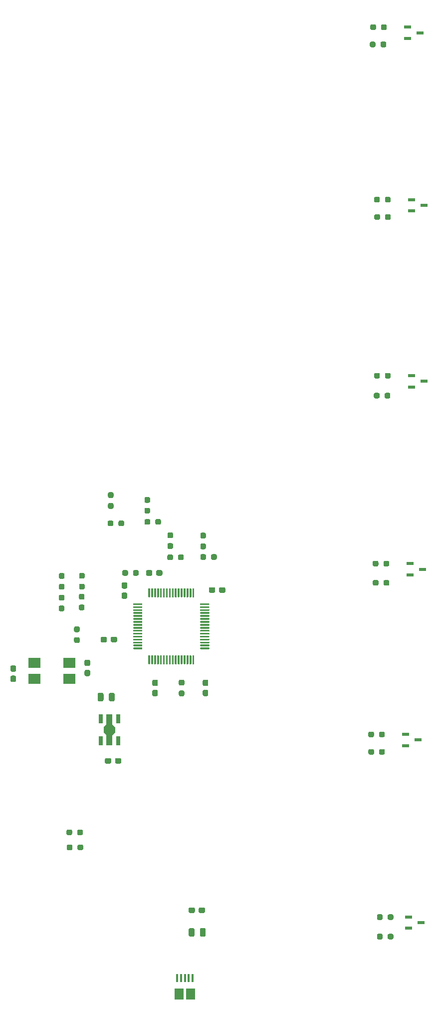
<source format=gbr>
%TF.GenerationSoftware,KiCad,Pcbnew,(5.1.10)-1*%
%TF.CreationDate,2021-08-19T16:33:58+09:00*%
%TF.ProjectId,ZeroGravity,5a65726f-4772-4617-9669-74792e6b6963,rev?*%
%TF.SameCoordinates,Original*%
%TF.FileFunction,Paste,Top*%
%TF.FilePolarity,Positive*%
%FSLAX46Y46*%
G04 Gerber Fmt 4.6, Leading zero omitted, Abs format (unit mm)*
G04 Created by KiCad (PCBNEW (5.1.10)-1) date 2021-08-19 16:33:58*
%MOMM*%
%LPD*%
G01*
G04 APERTURE LIST*
%ADD10R,2.100000X1.700000*%
%ADD11C,0.100000*%
%ADD12R,0.700000X1.500000*%
%ADD13R,1.300000X0.600000*%
%ADD14R,1.500000X1.900000*%
%ADD15R,0.400000X1.350000*%
G04 APERTURE END LIST*
%TO.C,R29*%
G36*
G01*
X47550000Y-153937500D02*
X47550000Y-153462500D01*
G75*
G02*
X47787500Y-153225000I237500J0D01*
G01*
X48287500Y-153225000D01*
G75*
G02*
X48525000Y-153462500I0J-237500D01*
G01*
X48525000Y-153937500D01*
G75*
G02*
X48287500Y-154175000I-237500J0D01*
G01*
X47787500Y-154175000D01*
G75*
G02*
X47550000Y-153937500I0J237500D01*
G01*
G37*
G36*
G01*
X45725000Y-153937500D02*
X45725000Y-153462500D01*
G75*
G02*
X45962500Y-153225000I237500J0D01*
G01*
X46462500Y-153225000D01*
G75*
G02*
X46700000Y-153462500I0J-237500D01*
G01*
X46700000Y-153937500D01*
G75*
G02*
X46462500Y-154175000I-237500J0D01*
G01*
X45962500Y-154175000D01*
G75*
G02*
X45725000Y-153937500I0J237500D01*
G01*
G37*
%TD*%
%TO.C,R28*%
G36*
G01*
X47500000Y-151387500D02*
X47500000Y-150912500D01*
G75*
G02*
X47737500Y-150675000I237500J0D01*
G01*
X48237500Y-150675000D01*
G75*
G02*
X48475000Y-150912500I0J-237500D01*
G01*
X48475000Y-151387500D01*
G75*
G02*
X48237500Y-151625000I-237500J0D01*
G01*
X47737500Y-151625000D01*
G75*
G02*
X47500000Y-151387500I0J237500D01*
G01*
G37*
G36*
G01*
X45675000Y-151387500D02*
X45675000Y-150912500D01*
G75*
G02*
X45912500Y-150675000I237500J0D01*
G01*
X46412500Y-150675000D01*
G75*
G02*
X46650000Y-150912500I0J-237500D01*
G01*
X46650000Y-151387500D01*
G75*
G02*
X46412500Y-151625000I-237500J0D01*
G01*
X45912500Y-151625000D01*
G75*
G02*
X45675000Y-151387500I0J237500D01*
G01*
G37*
%TD*%
%TO.C,R27*%
G36*
G01*
X98987500Y-17837500D02*
X98987500Y-17362500D01*
G75*
G02*
X99225000Y-17125000I237500J0D01*
G01*
X99725000Y-17125000D01*
G75*
G02*
X99962500Y-17362500I0J-237500D01*
G01*
X99962500Y-17837500D01*
G75*
G02*
X99725000Y-18075000I-237500J0D01*
G01*
X99225000Y-18075000D01*
G75*
G02*
X98987500Y-17837500I0J237500D01*
G01*
G37*
G36*
G01*
X97162500Y-17837500D02*
X97162500Y-17362500D01*
G75*
G02*
X97400000Y-17125000I237500J0D01*
G01*
X97900000Y-17125000D01*
G75*
G02*
X98137500Y-17362500I0J-237500D01*
G01*
X98137500Y-17837500D01*
G75*
G02*
X97900000Y-18075000I-237500J0D01*
G01*
X97400000Y-18075000D01*
G75*
G02*
X97162500Y-17837500I0J237500D01*
G01*
G37*
%TD*%
%TO.C,R26*%
G36*
G01*
X99762500Y-47087500D02*
X99762500Y-46612500D01*
G75*
G02*
X100000000Y-46375000I237500J0D01*
G01*
X100500000Y-46375000D01*
G75*
G02*
X100737500Y-46612500I0J-237500D01*
G01*
X100737500Y-47087500D01*
G75*
G02*
X100500000Y-47325000I-237500J0D01*
G01*
X100000000Y-47325000D01*
G75*
G02*
X99762500Y-47087500I0J237500D01*
G01*
G37*
G36*
G01*
X97937500Y-47087500D02*
X97937500Y-46612500D01*
G75*
G02*
X98175000Y-46375000I237500J0D01*
G01*
X98675000Y-46375000D01*
G75*
G02*
X98912500Y-46612500I0J-237500D01*
G01*
X98912500Y-47087500D01*
G75*
G02*
X98675000Y-47325000I-237500J0D01*
G01*
X98175000Y-47325000D01*
G75*
G02*
X97937500Y-47087500I0J237500D01*
G01*
G37*
%TD*%
%TO.C,R25*%
G36*
G01*
X99500000Y-109087500D02*
X99500000Y-108612500D01*
G75*
G02*
X99737500Y-108375000I237500J0D01*
G01*
X100237500Y-108375000D01*
G75*
G02*
X100475000Y-108612500I0J-237500D01*
G01*
X100475000Y-109087500D01*
G75*
G02*
X100237500Y-109325000I-237500J0D01*
G01*
X99737500Y-109325000D01*
G75*
G02*
X99500000Y-109087500I0J237500D01*
G01*
G37*
G36*
G01*
X97675000Y-109087500D02*
X97675000Y-108612500D01*
G75*
G02*
X97912500Y-108375000I237500J0D01*
G01*
X98412500Y-108375000D01*
G75*
G02*
X98650000Y-108612500I0J-237500D01*
G01*
X98650000Y-109087500D01*
G75*
G02*
X98412500Y-109325000I-237500J0D01*
G01*
X97912500Y-109325000D01*
G75*
G02*
X97675000Y-109087500I0J237500D01*
G01*
G37*
%TD*%
%TO.C,R24*%
G36*
G01*
X99675000Y-77362500D02*
X99675000Y-76887500D01*
G75*
G02*
X99912500Y-76650000I237500J0D01*
G01*
X100412500Y-76650000D01*
G75*
G02*
X100650000Y-76887500I0J-237500D01*
G01*
X100650000Y-77362500D01*
G75*
G02*
X100412500Y-77600000I-237500J0D01*
G01*
X99912500Y-77600000D01*
G75*
G02*
X99675000Y-77362500I0J237500D01*
G01*
G37*
G36*
G01*
X97850000Y-77362500D02*
X97850000Y-76887500D01*
G75*
G02*
X98087500Y-76650000I237500J0D01*
G01*
X98587500Y-76650000D01*
G75*
G02*
X98825000Y-76887500I0J-237500D01*
G01*
X98825000Y-77362500D01*
G75*
G02*
X98587500Y-77600000I-237500J0D01*
G01*
X98087500Y-77600000D01*
G75*
G02*
X97850000Y-77362500I0J237500D01*
G01*
G37*
%TD*%
%TO.C,R23*%
G36*
G01*
X100206562Y-169051356D02*
X100206562Y-168576356D01*
G75*
G02*
X100444062Y-168338856I237500J0D01*
G01*
X100944062Y-168338856D01*
G75*
G02*
X101181562Y-168576356I0J-237500D01*
G01*
X101181562Y-169051356D01*
G75*
G02*
X100944062Y-169288856I-237500J0D01*
G01*
X100444062Y-169288856D01*
G75*
G02*
X100206562Y-169051356I0J237500D01*
G01*
G37*
G36*
G01*
X98381562Y-169051356D02*
X98381562Y-168576356D01*
G75*
G02*
X98619062Y-168338856I237500J0D01*
G01*
X99119062Y-168338856D01*
G75*
G02*
X99356562Y-168576356I0J-237500D01*
G01*
X99356562Y-169051356D01*
G75*
G02*
X99119062Y-169288856I-237500J0D01*
G01*
X98619062Y-169288856D01*
G75*
G02*
X98381562Y-169051356I0J237500D01*
G01*
G37*
%TD*%
%TO.C,R22*%
G36*
G01*
X98737500Y-137737500D02*
X98737500Y-137262500D01*
G75*
G02*
X98975000Y-137025000I237500J0D01*
G01*
X99475000Y-137025000D01*
G75*
G02*
X99712500Y-137262500I0J-237500D01*
G01*
X99712500Y-137737500D01*
G75*
G02*
X99475000Y-137975000I-237500J0D01*
G01*
X98975000Y-137975000D01*
G75*
G02*
X98737500Y-137737500I0J237500D01*
G01*
G37*
G36*
G01*
X96912500Y-137737500D02*
X96912500Y-137262500D01*
G75*
G02*
X97150000Y-137025000I237500J0D01*
G01*
X97650000Y-137025000D01*
G75*
G02*
X97887500Y-137262500I0J-237500D01*
G01*
X97887500Y-137737500D01*
G75*
G02*
X97650000Y-137975000I-237500J0D01*
G01*
X97150000Y-137975000D01*
G75*
G02*
X96912500Y-137737500I0J237500D01*
G01*
G37*
%TD*%
%TO.C,U1*%
G36*
G01*
X59575000Y-111250000D02*
X59575000Y-109850000D01*
G75*
G02*
X59650000Y-109775000I75000J0D01*
G01*
X59800000Y-109775000D01*
G75*
G02*
X59875000Y-109850000I0J-75000D01*
G01*
X59875000Y-111250000D01*
G75*
G02*
X59800000Y-111325000I-75000J0D01*
G01*
X59650000Y-111325000D01*
G75*
G02*
X59575000Y-111250000I0J75000D01*
G01*
G37*
G36*
G01*
X60075000Y-111250000D02*
X60075000Y-109850000D01*
G75*
G02*
X60150000Y-109775000I75000J0D01*
G01*
X60300000Y-109775000D01*
G75*
G02*
X60375000Y-109850000I0J-75000D01*
G01*
X60375000Y-111250000D01*
G75*
G02*
X60300000Y-111325000I-75000J0D01*
G01*
X60150000Y-111325000D01*
G75*
G02*
X60075000Y-111250000I0J75000D01*
G01*
G37*
G36*
G01*
X60575000Y-111250000D02*
X60575000Y-109850000D01*
G75*
G02*
X60650000Y-109775000I75000J0D01*
G01*
X60800000Y-109775000D01*
G75*
G02*
X60875000Y-109850000I0J-75000D01*
G01*
X60875000Y-111250000D01*
G75*
G02*
X60800000Y-111325000I-75000J0D01*
G01*
X60650000Y-111325000D01*
G75*
G02*
X60575000Y-111250000I0J75000D01*
G01*
G37*
G36*
G01*
X61075000Y-111250000D02*
X61075000Y-109850000D01*
G75*
G02*
X61150000Y-109775000I75000J0D01*
G01*
X61300000Y-109775000D01*
G75*
G02*
X61375000Y-109850000I0J-75000D01*
G01*
X61375000Y-111250000D01*
G75*
G02*
X61300000Y-111325000I-75000J0D01*
G01*
X61150000Y-111325000D01*
G75*
G02*
X61075000Y-111250000I0J75000D01*
G01*
G37*
G36*
G01*
X61575000Y-111250000D02*
X61575000Y-109850000D01*
G75*
G02*
X61650000Y-109775000I75000J0D01*
G01*
X61800000Y-109775000D01*
G75*
G02*
X61875000Y-109850000I0J-75000D01*
G01*
X61875000Y-111250000D01*
G75*
G02*
X61800000Y-111325000I-75000J0D01*
G01*
X61650000Y-111325000D01*
G75*
G02*
X61575000Y-111250000I0J75000D01*
G01*
G37*
G36*
G01*
X62075000Y-111250000D02*
X62075000Y-109850000D01*
G75*
G02*
X62150000Y-109775000I75000J0D01*
G01*
X62300000Y-109775000D01*
G75*
G02*
X62375000Y-109850000I0J-75000D01*
G01*
X62375000Y-111250000D01*
G75*
G02*
X62300000Y-111325000I-75000J0D01*
G01*
X62150000Y-111325000D01*
G75*
G02*
X62075000Y-111250000I0J75000D01*
G01*
G37*
G36*
G01*
X62575000Y-111250000D02*
X62575000Y-109850000D01*
G75*
G02*
X62650000Y-109775000I75000J0D01*
G01*
X62800000Y-109775000D01*
G75*
G02*
X62875000Y-109850000I0J-75000D01*
G01*
X62875000Y-111250000D01*
G75*
G02*
X62800000Y-111325000I-75000J0D01*
G01*
X62650000Y-111325000D01*
G75*
G02*
X62575000Y-111250000I0J75000D01*
G01*
G37*
G36*
G01*
X63075000Y-111250000D02*
X63075000Y-109850000D01*
G75*
G02*
X63150000Y-109775000I75000J0D01*
G01*
X63300000Y-109775000D01*
G75*
G02*
X63375000Y-109850000I0J-75000D01*
G01*
X63375000Y-111250000D01*
G75*
G02*
X63300000Y-111325000I-75000J0D01*
G01*
X63150000Y-111325000D01*
G75*
G02*
X63075000Y-111250000I0J75000D01*
G01*
G37*
G36*
G01*
X63575000Y-111250000D02*
X63575000Y-109850000D01*
G75*
G02*
X63650000Y-109775000I75000J0D01*
G01*
X63800000Y-109775000D01*
G75*
G02*
X63875000Y-109850000I0J-75000D01*
G01*
X63875000Y-111250000D01*
G75*
G02*
X63800000Y-111325000I-75000J0D01*
G01*
X63650000Y-111325000D01*
G75*
G02*
X63575000Y-111250000I0J75000D01*
G01*
G37*
G36*
G01*
X64075000Y-111250000D02*
X64075000Y-109850000D01*
G75*
G02*
X64150000Y-109775000I75000J0D01*
G01*
X64300000Y-109775000D01*
G75*
G02*
X64375000Y-109850000I0J-75000D01*
G01*
X64375000Y-111250000D01*
G75*
G02*
X64300000Y-111325000I-75000J0D01*
G01*
X64150000Y-111325000D01*
G75*
G02*
X64075000Y-111250000I0J75000D01*
G01*
G37*
G36*
G01*
X64575000Y-111250000D02*
X64575000Y-109850000D01*
G75*
G02*
X64650000Y-109775000I75000J0D01*
G01*
X64800000Y-109775000D01*
G75*
G02*
X64875000Y-109850000I0J-75000D01*
G01*
X64875000Y-111250000D01*
G75*
G02*
X64800000Y-111325000I-75000J0D01*
G01*
X64650000Y-111325000D01*
G75*
G02*
X64575000Y-111250000I0J75000D01*
G01*
G37*
G36*
G01*
X65075000Y-111250000D02*
X65075000Y-109850000D01*
G75*
G02*
X65150000Y-109775000I75000J0D01*
G01*
X65300000Y-109775000D01*
G75*
G02*
X65375000Y-109850000I0J-75000D01*
G01*
X65375000Y-111250000D01*
G75*
G02*
X65300000Y-111325000I-75000J0D01*
G01*
X65150000Y-111325000D01*
G75*
G02*
X65075000Y-111250000I0J75000D01*
G01*
G37*
G36*
G01*
X65575000Y-111250000D02*
X65575000Y-109850000D01*
G75*
G02*
X65650000Y-109775000I75000J0D01*
G01*
X65800000Y-109775000D01*
G75*
G02*
X65875000Y-109850000I0J-75000D01*
G01*
X65875000Y-111250000D01*
G75*
G02*
X65800000Y-111325000I-75000J0D01*
G01*
X65650000Y-111325000D01*
G75*
G02*
X65575000Y-111250000I0J75000D01*
G01*
G37*
G36*
G01*
X66075000Y-111250000D02*
X66075000Y-109850000D01*
G75*
G02*
X66150000Y-109775000I75000J0D01*
G01*
X66300000Y-109775000D01*
G75*
G02*
X66375000Y-109850000I0J-75000D01*
G01*
X66375000Y-111250000D01*
G75*
G02*
X66300000Y-111325000I-75000J0D01*
G01*
X66150000Y-111325000D01*
G75*
G02*
X66075000Y-111250000I0J75000D01*
G01*
G37*
G36*
G01*
X66575000Y-111250000D02*
X66575000Y-109850000D01*
G75*
G02*
X66650000Y-109775000I75000J0D01*
G01*
X66800000Y-109775000D01*
G75*
G02*
X66875000Y-109850000I0J-75000D01*
G01*
X66875000Y-111250000D01*
G75*
G02*
X66800000Y-111325000I-75000J0D01*
G01*
X66650000Y-111325000D01*
G75*
G02*
X66575000Y-111250000I0J75000D01*
G01*
G37*
G36*
G01*
X67075000Y-111250000D02*
X67075000Y-109850000D01*
G75*
G02*
X67150000Y-109775000I75000J0D01*
G01*
X67300000Y-109775000D01*
G75*
G02*
X67375000Y-109850000I0J-75000D01*
G01*
X67375000Y-111250000D01*
G75*
G02*
X67300000Y-111325000I-75000J0D01*
G01*
X67150000Y-111325000D01*
G75*
G02*
X67075000Y-111250000I0J75000D01*
G01*
G37*
G36*
G01*
X68375000Y-112550000D02*
X68375000Y-112400000D01*
G75*
G02*
X68450000Y-112325000I75000J0D01*
G01*
X69850000Y-112325000D01*
G75*
G02*
X69925000Y-112400000I0J-75000D01*
G01*
X69925000Y-112550000D01*
G75*
G02*
X69850000Y-112625000I-75000J0D01*
G01*
X68450000Y-112625000D01*
G75*
G02*
X68375000Y-112550000I0J75000D01*
G01*
G37*
G36*
G01*
X68375000Y-113050000D02*
X68375000Y-112900000D01*
G75*
G02*
X68450000Y-112825000I75000J0D01*
G01*
X69850000Y-112825000D01*
G75*
G02*
X69925000Y-112900000I0J-75000D01*
G01*
X69925000Y-113050000D01*
G75*
G02*
X69850000Y-113125000I-75000J0D01*
G01*
X68450000Y-113125000D01*
G75*
G02*
X68375000Y-113050000I0J75000D01*
G01*
G37*
G36*
G01*
X68375000Y-113550000D02*
X68375000Y-113400000D01*
G75*
G02*
X68450000Y-113325000I75000J0D01*
G01*
X69850000Y-113325000D01*
G75*
G02*
X69925000Y-113400000I0J-75000D01*
G01*
X69925000Y-113550000D01*
G75*
G02*
X69850000Y-113625000I-75000J0D01*
G01*
X68450000Y-113625000D01*
G75*
G02*
X68375000Y-113550000I0J75000D01*
G01*
G37*
G36*
G01*
X68375000Y-114050000D02*
X68375000Y-113900000D01*
G75*
G02*
X68450000Y-113825000I75000J0D01*
G01*
X69850000Y-113825000D01*
G75*
G02*
X69925000Y-113900000I0J-75000D01*
G01*
X69925000Y-114050000D01*
G75*
G02*
X69850000Y-114125000I-75000J0D01*
G01*
X68450000Y-114125000D01*
G75*
G02*
X68375000Y-114050000I0J75000D01*
G01*
G37*
G36*
G01*
X68375000Y-114550000D02*
X68375000Y-114400000D01*
G75*
G02*
X68450000Y-114325000I75000J0D01*
G01*
X69850000Y-114325000D01*
G75*
G02*
X69925000Y-114400000I0J-75000D01*
G01*
X69925000Y-114550000D01*
G75*
G02*
X69850000Y-114625000I-75000J0D01*
G01*
X68450000Y-114625000D01*
G75*
G02*
X68375000Y-114550000I0J75000D01*
G01*
G37*
G36*
G01*
X68375000Y-115050000D02*
X68375000Y-114900000D01*
G75*
G02*
X68450000Y-114825000I75000J0D01*
G01*
X69850000Y-114825000D01*
G75*
G02*
X69925000Y-114900000I0J-75000D01*
G01*
X69925000Y-115050000D01*
G75*
G02*
X69850000Y-115125000I-75000J0D01*
G01*
X68450000Y-115125000D01*
G75*
G02*
X68375000Y-115050000I0J75000D01*
G01*
G37*
G36*
G01*
X68375000Y-115550000D02*
X68375000Y-115400000D01*
G75*
G02*
X68450000Y-115325000I75000J0D01*
G01*
X69850000Y-115325000D01*
G75*
G02*
X69925000Y-115400000I0J-75000D01*
G01*
X69925000Y-115550000D01*
G75*
G02*
X69850000Y-115625000I-75000J0D01*
G01*
X68450000Y-115625000D01*
G75*
G02*
X68375000Y-115550000I0J75000D01*
G01*
G37*
G36*
G01*
X68375000Y-116050000D02*
X68375000Y-115900000D01*
G75*
G02*
X68450000Y-115825000I75000J0D01*
G01*
X69850000Y-115825000D01*
G75*
G02*
X69925000Y-115900000I0J-75000D01*
G01*
X69925000Y-116050000D01*
G75*
G02*
X69850000Y-116125000I-75000J0D01*
G01*
X68450000Y-116125000D01*
G75*
G02*
X68375000Y-116050000I0J75000D01*
G01*
G37*
G36*
G01*
X68375000Y-116550000D02*
X68375000Y-116400000D01*
G75*
G02*
X68450000Y-116325000I75000J0D01*
G01*
X69850000Y-116325000D01*
G75*
G02*
X69925000Y-116400000I0J-75000D01*
G01*
X69925000Y-116550000D01*
G75*
G02*
X69850000Y-116625000I-75000J0D01*
G01*
X68450000Y-116625000D01*
G75*
G02*
X68375000Y-116550000I0J75000D01*
G01*
G37*
G36*
G01*
X68375000Y-117050000D02*
X68375000Y-116900000D01*
G75*
G02*
X68450000Y-116825000I75000J0D01*
G01*
X69850000Y-116825000D01*
G75*
G02*
X69925000Y-116900000I0J-75000D01*
G01*
X69925000Y-117050000D01*
G75*
G02*
X69850000Y-117125000I-75000J0D01*
G01*
X68450000Y-117125000D01*
G75*
G02*
X68375000Y-117050000I0J75000D01*
G01*
G37*
G36*
G01*
X68375000Y-117550000D02*
X68375000Y-117400000D01*
G75*
G02*
X68450000Y-117325000I75000J0D01*
G01*
X69850000Y-117325000D01*
G75*
G02*
X69925000Y-117400000I0J-75000D01*
G01*
X69925000Y-117550000D01*
G75*
G02*
X69850000Y-117625000I-75000J0D01*
G01*
X68450000Y-117625000D01*
G75*
G02*
X68375000Y-117550000I0J75000D01*
G01*
G37*
G36*
G01*
X68375000Y-118050000D02*
X68375000Y-117900000D01*
G75*
G02*
X68450000Y-117825000I75000J0D01*
G01*
X69850000Y-117825000D01*
G75*
G02*
X69925000Y-117900000I0J-75000D01*
G01*
X69925000Y-118050000D01*
G75*
G02*
X69850000Y-118125000I-75000J0D01*
G01*
X68450000Y-118125000D01*
G75*
G02*
X68375000Y-118050000I0J75000D01*
G01*
G37*
G36*
G01*
X68375000Y-118550000D02*
X68375000Y-118400000D01*
G75*
G02*
X68450000Y-118325000I75000J0D01*
G01*
X69850000Y-118325000D01*
G75*
G02*
X69925000Y-118400000I0J-75000D01*
G01*
X69925000Y-118550000D01*
G75*
G02*
X69850000Y-118625000I-75000J0D01*
G01*
X68450000Y-118625000D01*
G75*
G02*
X68375000Y-118550000I0J75000D01*
G01*
G37*
G36*
G01*
X68375000Y-119050000D02*
X68375000Y-118900000D01*
G75*
G02*
X68450000Y-118825000I75000J0D01*
G01*
X69850000Y-118825000D01*
G75*
G02*
X69925000Y-118900000I0J-75000D01*
G01*
X69925000Y-119050000D01*
G75*
G02*
X69850000Y-119125000I-75000J0D01*
G01*
X68450000Y-119125000D01*
G75*
G02*
X68375000Y-119050000I0J75000D01*
G01*
G37*
G36*
G01*
X68375000Y-119550000D02*
X68375000Y-119400000D01*
G75*
G02*
X68450000Y-119325000I75000J0D01*
G01*
X69850000Y-119325000D01*
G75*
G02*
X69925000Y-119400000I0J-75000D01*
G01*
X69925000Y-119550000D01*
G75*
G02*
X69850000Y-119625000I-75000J0D01*
G01*
X68450000Y-119625000D01*
G75*
G02*
X68375000Y-119550000I0J75000D01*
G01*
G37*
G36*
G01*
X68375000Y-120050000D02*
X68375000Y-119900000D01*
G75*
G02*
X68450000Y-119825000I75000J0D01*
G01*
X69850000Y-119825000D01*
G75*
G02*
X69925000Y-119900000I0J-75000D01*
G01*
X69925000Y-120050000D01*
G75*
G02*
X69850000Y-120125000I-75000J0D01*
G01*
X68450000Y-120125000D01*
G75*
G02*
X68375000Y-120050000I0J75000D01*
G01*
G37*
G36*
G01*
X67075000Y-122600000D02*
X67075000Y-121200000D01*
G75*
G02*
X67150000Y-121125000I75000J0D01*
G01*
X67300000Y-121125000D01*
G75*
G02*
X67375000Y-121200000I0J-75000D01*
G01*
X67375000Y-122600000D01*
G75*
G02*
X67300000Y-122675000I-75000J0D01*
G01*
X67150000Y-122675000D01*
G75*
G02*
X67075000Y-122600000I0J75000D01*
G01*
G37*
G36*
G01*
X66575000Y-122600000D02*
X66575000Y-121200000D01*
G75*
G02*
X66650000Y-121125000I75000J0D01*
G01*
X66800000Y-121125000D01*
G75*
G02*
X66875000Y-121200000I0J-75000D01*
G01*
X66875000Y-122600000D01*
G75*
G02*
X66800000Y-122675000I-75000J0D01*
G01*
X66650000Y-122675000D01*
G75*
G02*
X66575000Y-122600000I0J75000D01*
G01*
G37*
G36*
G01*
X66075000Y-122600000D02*
X66075000Y-121200000D01*
G75*
G02*
X66150000Y-121125000I75000J0D01*
G01*
X66300000Y-121125000D01*
G75*
G02*
X66375000Y-121200000I0J-75000D01*
G01*
X66375000Y-122600000D01*
G75*
G02*
X66300000Y-122675000I-75000J0D01*
G01*
X66150000Y-122675000D01*
G75*
G02*
X66075000Y-122600000I0J75000D01*
G01*
G37*
G36*
G01*
X65575000Y-122600000D02*
X65575000Y-121200000D01*
G75*
G02*
X65650000Y-121125000I75000J0D01*
G01*
X65800000Y-121125000D01*
G75*
G02*
X65875000Y-121200000I0J-75000D01*
G01*
X65875000Y-122600000D01*
G75*
G02*
X65800000Y-122675000I-75000J0D01*
G01*
X65650000Y-122675000D01*
G75*
G02*
X65575000Y-122600000I0J75000D01*
G01*
G37*
G36*
G01*
X65075000Y-122600000D02*
X65075000Y-121200000D01*
G75*
G02*
X65150000Y-121125000I75000J0D01*
G01*
X65300000Y-121125000D01*
G75*
G02*
X65375000Y-121200000I0J-75000D01*
G01*
X65375000Y-122600000D01*
G75*
G02*
X65300000Y-122675000I-75000J0D01*
G01*
X65150000Y-122675000D01*
G75*
G02*
X65075000Y-122600000I0J75000D01*
G01*
G37*
G36*
G01*
X64575000Y-122600000D02*
X64575000Y-121200000D01*
G75*
G02*
X64650000Y-121125000I75000J0D01*
G01*
X64800000Y-121125000D01*
G75*
G02*
X64875000Y-121200000I0J-75000D01*
G01*
X64875000Y-122600000D01*
G75*
G02*
X64800000Y-122675000I-75000J0D01*
G01*
X64650000Y-122675000D01*
G75*
G02*
X64575000Y-122600000I0J75000D01*
G01*
G37*
G36*
G01*
X64075000Y-122600000D02*
X64075000Y-121200000D01*
G75*
G02*
X64150000Y-121125000I75000J0D01*
G01*
X64300000Y-121125000D01*
G75*
G02*
X64375000Y-121200000I0J-75000D01*
G01*
X64375000Y-122600000D01*
G75*
G02*
X64300000Y-122675000I-75000J0D01*
G01*
X64150000Y-122675000D01*
G75*
G02*
X64075000Y-122600000I0J75000D01*
G01*
G37*
G36*
G01*
X63575000Y-122600000D02*
X63575000Y-121200000D01*
G75*
G02*
X63650000Y-121125000I75000J0D01*
G01*
X63800000Y-121125000D01*
G75*
G02*
X63875000Y-121200000I0J-75000D01*
G01*
X63875000Y-122600000D01*
G75*
G02*
X63800000Y-122675000I-75000J0D01*
G01*
X63650000Y-122675000D01*
G75*
G02*
X63575000Y-122600000I0J75000D01*
G01*
G37*
G36*
G01*
X63075000Y-122600000D02*
X63075000Y-121200000D01*
G75*
G02*
X63150000Y-121125000I75000J0D01*
G01*
X63300000Y-121125000D01*
G75*
G02*
X63375000Y-121200000I0J-75000D01*
G01*
X63375000Y-122600000D01*
G75*
G02*
X63300000Y-122675000I-75000J0D01*
G01*
X63150000Y-122675000D01*
G75*
G02*
X63075000Y-122600000I0J75000D01*
G01*
G37*
G36*
G01*
X62575000Y-122600000D02*
X62575000Y-121200000D01*
G75*
G02*
X62650000Y-121125000I75000J0D01*
G01*
X62800000Y-121125000D01*
G75*
G02*
X62875000Y-121200000I0J-75000D01*
G01*
X62875000Y-122600000D01*
G75*
G02*
X62800000Y-122675000I-75000J0D01*
G01*
X62650000Y-122675000D01*
G75*
G02*
X62575000Y-122600000I0J75000D01*
G01*
G37*
G36*
G01*
X62075000Y-122600000D02*
X62075000Y-121200000D01*
G75*
G02*
X62150000Y-121125000I75000J0D01*
G01*
X62300000Y-121125000D01*
G75*
G02*
X62375000Y-121200000I0J-75000D01*
G01*
X62375000Y-122600000D01*
G75*
G02*
X62300000Y-122675000I-75000J0D01*
G01*
X62150000Y-122675000D01*
G75*
G02*
X62075000Y-122600000I0J75000D01*
G01*
G37*
G36*
G01*
X61575000Y-122600000D02*
X61575000Y-121200000D01*
G75*
G02*
X61650000Y-121125000I75000J0D01*
G01*
X61800000Y-121125000D01*
G75*
G02*
X61875000Y-121200000I0J-75000D01*
G01*
X61875000Y-122600000D01*
G75*
G02*
X61800000Y-122675000I-75000J0D01*
G01*
X61650000Y-122675000D01*
G75*
G02*
X61575000Y-122600000I0J75000D01*
G01*
G37*
G36*
G01*
X61075000Y-122600000D02*
X61075000Y-121200000D01*
G75*
G02*
X61150000Y-121125000I75000J0D01*
G01*
X61300000Y-121125000D01*
G75*
G02*
X61375000Y-121200000I0J-75000D01*
G01*
X61375000Y-122600000D01*
G75*
G02*
X61300000Y-122675000I-75000J0D01*
G01*
X61150000Y-122675000D01*
G75*
G02*
X61075000Y-122600000I0J75000D01*
G01*
G37*
G36*
G01*
X60575000Y-122600000D02*
X60575000Y-121200000D01*
G75*
G02*
X60650000Y-121125000I75000J0D01*
G01*
X60800000Y-121125000D01*
G75*
G02*
X60875000Y-121200000I0J-75000D01*
G01*
X60875000Y-122600000D01*
G75*
G02*
X60800000Y-122675000I-75000J0D01*
G01*
X60650000Y-122675000D01*
G75*
G02*
X60575000Y-122600000I0J75000D01*
G01*
G37*
G36*
G01*
X60075000Y-122600000D02*
X60075000Y-121200000D01*
G75*
G02*
X60150000Y-121125000I75000J0D01*
G01*
X60300000Y-121125000D01*
G75*
G02*
X60375000Y-121200000I0J-75000D01*
G01*
X60375000Y-122600000D01*
G75*
G02*
X60300000Y-122675000I-75000J0D01*
G01*
X60150000Y-122675000D01*
G75*
G02*
X60075000Y-122600000I0J75000D01*
G01*
G37*
G36*
G01*
X59575000Y-122600000D02*
X59575000Y-121200000D01*
G75*
G02*
X59650000Y-121125000I75000J0D01*
G01*
X59800000Y-121125000D01*
G75*
G02*
X59875000Y-121200000I0J-75000D01*
G01*
X59875000Y-122600000D01*
G75*
G02*
X59800000Y-122675000I-75000J0D01*
G01*
X59650000Y-122675000D01*
G75*
G02*
X59575000Y-122600000I0J75000D01*
G01*
G37*
G36*
G01*
X57025000Y-120050000D02*
X57025000Y-119900000D01*
G75*
G02*
X57100000Y-119825000I75000J0D01*
G01*
X58500000Y-119825000D01*
G75*
G02*
X58575000Y-119900000I0J-75000D01*
G01*
X58575000Y-120050000D01*
G75*
G02*
X58500000Y-120125000I-75000J0D01*
G01*
X57100000Y-120125000D01*
G75*
G02*
X57025000Y-120050000I0J75000D01*
G01*
G37*
G36*
G01*
X57025000Y-119550000D02*
X57025000Y-119400000D01*
G75*
G02*
X57100000Y-119325000I75000J0D01*
G01*
X58500000Y-119325000D01*
G75*
G02*
X58575000Y-119400000I0J-75000D01*
G01*
X58575000Y-119550000D01*
G75*
G02*
X58500000Y-119625000I-75000J0D01*
G01*
X57100000Y-119625000D01*
G75*
G02*
X57025000Y-119550000I0J75000D01*
G01*
G37*
G36*
G01*
X57025000Y-119050000D02*
X57025000Y-118900000D01*
G75*
G02*
X57100000Y-118825000I75000J0D01*
G01*
X58500000Y-118825000D01*
G75*
G02*
X58575000Y-118900000I0J-75000D01*
G01*
X58575000Y-119050000D01*
G75*
G02*
X58500000Y-119125000I-75000J0D01*
G01*
X57100000Y-119125000D01*
G75*
G02*
X57025000Y-119050000I0J75000D01*
G01*
G37*
G36*
G01*
X57025000Y-118550000D02*
X57025000Y-118400000D01*
G75*
G02*
X57100000Y-118325000I75000J0D01*
G01*
X58500000Y-118325000D01*
G75*
G02*
X58575000Y-118400000I0J-75000D01*
G01*
X58575000Y-118550000D01*
G75*
G02*
X58500000Y-118625000I-75000J0D01*
G01*
X57100000Y-118625000D01*
G75*
G02*
X57025000Y-118550000I0J75000D01*
G01*
G37*
G36*
G01*
X57025000Y-118050000D02*
X57025000Y-117900000D01*
G75*
G02*
X57100000Y-117825000I75000J0D01*
G01*
X58500000Y-117825000D01*
G75*
G02*
X58575000Y-117900000I0J-75000D01*
G01*
X58575000Y-118050000D01*
G75*
G02*
X58500000Y-118125000I-75000J0D01*
G01*
X57100000Y-118125000D01*
G75*
G02*
X57025000Y-118050000I0J75000D01*
G01*
G37*
G36*
G01*
X57025000Y-117550000D02*
X57025000Y-117400000D01*
G75*
G02*
X57100000Y-117325000I75000J0D01*
G01*
X58500000Y-117325000D01*
G75*
G02*
X58575000Y-117400000I0J-75000D01*
G01*
X58575000Y-117550000D01*
G75*
G02*
X58500000Y-117625000I-75000J0D01*
G01*
X57100000Y-117625000D01*
G75*
G02*
X57025000Y-117550000I0J75000D01*
G01*
G37*
G36*
G01*
X57025000Y-117050000D02*
X57025000Y-116900000D01*
G75*
G02*
X57100000Y-116825000I75000J0D01*
G01*
X58500000Y-116825000D01*
G75*
G02*
X58575000Y-116900000I0J-75000D01*
G01*
X58575000Y-117050000D01*
G75*
G02*
X58500000Y-117125000I-75000J0D01*
G01*
X57100000Y-117125000D01*
G75*
G02*
X57025000Y-117050000I0J75000D01*
G01*
G37*
G36*
G01*
X57025000Y-116550000D02*
X57025000Y-116400000D01*
G75*
G02*
X57100000Y-116325000I75000J0D01*
G01*
X58500000Y-116325000D01*
G75*
G02*
X58575000Y-116400000I0J-75000D01*
G01*
X58575000Y-116550000D01*
G75*
G02*
X58500000Y-116625000I-75000J0D01*
G01*
X57100000Y-116625000D01*
G75*
G02*
X57025000Y-116550000I0J75000D01*
G01*
G37*
G36*
G01*
X57025000Y-116050000D02*
X57025000Y-115900000D01*
G75*
G02*
X57100000Y-115825000I75000J0D01*
G01*
X58500000Y-115825000D01*
G75*
G02*
X58575000Y-115900000I0J-75000D01*
G01*
X58575000Y-116050000D01*
G75*
G02*
X58500000Y-116125000I-75000J0D01*
G01*
X57100000Y-116125000D01*
G75*
G02*
X57025000Y-116050000I0J75000D01*
G01*
G37*
G36*
G01*
X57025000Y-115550000D02*
X57025000Y-115400000D01*
G75*
G02*
X57100000Y-115325000I75000J0D01*
G01*
X58500000Y-115325000D01*
G75*
G02*
X58575000Y-115400000I0J-75000D01*
G01*
X58575000Y-115550000D01*
G75*
G02*
X58500000Y-115625000I-75000J0D01*
G01*
X57100000Y-115625000D01*
G75*
G02*
X57025000Y-115550000I0J75000D01*
G01*
G37*
G36*
G01*
X57025000Y-115050000D02*
X57025000Y-114900000D01*
G75*
G02*
X57100000Y-114825000I75000J0D01*
G01*
X58500000Y-114825000D01*
G75*
G02*
X58575000Y-114900000I0J-75000D01*
G01*
X58575000Y-115050000D01*
G75*
G02*
X58500000Y-115125000I-75000J0D01*
G01*
X57100000Y-115125000D01*
G75*
G02*
X57025000Y-115050000I0J75000D01*
G01*
G37*
G36*
G01*
X57025000Y-114550000D02*
X57025000Y-114400000D01*
G75*
G02*
X57100000Y-114325000I75000J0D01*
G01*
X58500000Y-114325000D01*
G75*
G02*
X58575000Y-114400000I0J-75000D01*
G01*
X58575000Y-114550000D01*
G75*
G02*
X58500000Y-114625000I-75000J0D01*
G01*
X57100000Y-114625000D01*
G75*
G02*
X57025000Y-114550000I0J75000D01*
G01*
G37*
G36*
G01*
X57025000Y-114050000D02*
X57025000Y-113900000D01*
G75*
G02*
X57100000Y-113825000I75000J0D01*
G01*
X58500000Y-113825000D01*
G75*
G02*
X58575000Y-113900000I0J-75000D01*
G01*
X58575000Y-114050000D01*
G75*
G02*
X58500000Y-114125000I-75000J0D01*
G01*
X57100000Y-114125000D01*
G75*
G02*
X57025000Y-114050000I0J75000D01*
G01*
G37*
G36*
G01*
X57025000Y-113550000D02*
X57025000Y-113400000D01*
G75*
G02*
X57100000Y-113325000I75000J0D01*
G01*
X58500000Y-113325000D01*
G75*
G02*
X58575000Y-113400000I0J-75000D01*
G01*
X58575000Y-113550000D01*
G75*
G02*
X58500000Y-113625000I-75000J0D01*
G01*
X57100000Y-113625000D01*
G75*
G02*
X57025000Y-113550000I0J75000D01*
G01*
G37*
G36*
G01*
X57025000Y-113050000D02*
X57025000Y-112900000D01*
G75*
G02*
X57100000Y-112825000I75000J0D01*
G01*
X58500000Y-112825000D01*
G75*
G02*
X58575000Y-112900000I0J-75000D01*
G01*
X58575000Y-113050000D01*
G75*
G02*
X58500000Y-113125000I-75000J0D01*
G01*
X57100000Y-113125000D01*
G75*
G02*
X57025000Y-113050000I0J75000D01*
G01*
G37*
G36*
G01*
X57025000Y-112550000D02*
X57025000Y-112400000D01*
G75*
G02*
X57100000Y-112325000I75000J0D01*
G01*
X58500000Y-112325000D01*
G75*
G02*
X58575000Y-112400000I0J-75000D01*
G01*
X58575000Y-112550000D01*
G75*
G02*
X58500000Y-112625000I-75000J0D01*
G01*
X57100000Y-112625000D01*
G75*
G02*
X57025000Y-112550000I0J75000D01*
G01*
G37*
%TD*%
%TO.C,R21*%
G36*
G01*
X48037500Y-112540000D02*
X48512500Y-112540000D01*
G75*
G02*
X48750000Y-112777500I0J-237500D01*
G01*
X48750000Y-113277500D01*
G75*
G02*
X48512500Y-113515000I-237500J0D01*
G01*
X48037500Y-113515000D01*
G75*
G02*
X47800000Y-113277500I0J237500D01*
G01*
X47800000Y-112777500D01*
G75*
G02*
X48037500Y-112540000I237500J0D01*
G01*
G37*
G36*
G01*
X48037500Y-110715000D02*
X48512500Y-110715000D01*
G75*
G02*
X48750000Y-110952500I0J-237500D01*
G01*
X48750000Y-111452500D01*
G75*
G02*
X48512500Y-111690000I-237500J0D01*
G01*
X48037500Y-111690000D01*
G75*
G02*
X47800000Y-111452500I0J237500D01*
G01*
X47800000Y-110952500D01*
G75*
G02*
X48037500Y-110715000I237500J0D01*
G01*
G37*
%TD*%
%TO.C,R20*%
G36*
G01*
X48062500Y-109000000D02*
X48537500Y-109000000D01*
G75*
G02*
X48775000Y-109237500I0J-237500D01*
G01*
X48775000Y-109737500D01*
G75*
G02*
X48537500Y-109975000I-237500J0D01*
G01*
X48062500Y-109975000D01*
G75*
G02*
X47825000Y-109737500I0J237500D01*
G01*
X47825000Y-109237500D01*
G75*
G02*
X48062500Y-109000000I237500J0D01*
G01*
G37*
G36*
G01*
X48062500Y-107175000D02*
X48537500Y-107175000D01*
G75*
G02*
X48775000Y-107412500I0J-237500D01*
G01*
X48775000Y-107912500D01*
G75*
G02*
X48537500Y-108150000I-237500J0D01*
G01*
X48062500Y-108150000D01*
G75*
G02*
X47825000Y-107912500I0J237500D01*
G01*
X47825000Y-107412500D01*
G75*
G02*
X48062500Y-107175000I237500J0D01*
G01*
G37*
%TD*%
%TO.C,R19*%
G36*
G01*
X44612500Y-112700000D02*
X45087500Y-112700000D01*
G75*
G02*
X45325000Y-112937500I0J-237500D01*
G01*
X45325000Y-113437500D01*
G75*
G02*
X45087500Y-113675000I-237500J0D01*
G01*
X44612500Y-113675000D01*
G75*
G02*
X44375000Y-113437500I0J237500D01*
G01*
X44375000Y-112937500D01*
G75*
G02*
X44612500Y-112700000I237500J0D01*
G01*
G37*
G36*
G01*
X44612500Y-110875000D02*
X45087500Y-110875000D01*
G75*
G02*
X45325000Y-111112500I0J-237500D01*
G01*
X45325000Y-111612500D01*
G75*
G02*
X45087500Y-111850000I-237500J0D01*
G01*
X44612500Y-111850000D01*
G75*
G02*
X44375000Y-111612500I0J237500D01*
G01*
X44375000Y-111112500D01*
G75*
G02*
X44612500Y-110875000I237500J0D01*
G01*
G37*
%TD*%
%TO.C,R18*%
G36*
G01*
X44637500Y-109025000D02*
X45112500Y-109025000D01*
G75*
G02*
X45350000Y-109262500I0J-237500D01*
G01*
X45350000Y-109762500D01*
G75*
G02*
X45112500Y-110000000I-237500J0D01*
G01*
X44637500Y-110000000D01*
G75*
G02*
X44400000Y-109762500I0J237500D01*
G01*
X44400000Y-109262500D01*
G75*
G02*
X44637500Y-109025000I237500J0D01*
G01*
G37*
G36*
G01*
X44637500Y-107200000D02*
X45112500Y-107200000D01*
G75*
G02*
X45350000Y-107437500I0J-237500D01*
G01*
X45350000Y-107937500D01*
G75*
G02*
X45112500Y-108175000I-237500J0D01*
G01*
X44637500Y-108175000D01*
G75*
G02*
X44400000Y-107937500I0J237500D01*
G01*
X44400000Y-107437500D01*
G75*
G02*
X44637500Y-107200000I237500J0D01*
G01*
G37*
%TD*%
%TO.C,R17*%
G36*
G01*
X59637500Y-95287500D02*
X59162500Y-95287500D01*
G75*
G02*
X58925000Y-95050000I0J237500D01*
G01*
X58925000Y-94550000D01*
G75*
G02*
X59162500Y-94312500I237500J0D01*
G01*
X59637500Y-94312500D01*
G75*
G02*
X59875000Y-94550000I0J-237500D01*
G01*
X59875000Y-95050000D01*
G75*
G02*
X59637500Y-95287500I-237500J0D01*
G01*
G37*
G36*
G01*
X59637500Y-97112500D02*
X59162500Y-97112500D01*
G75*
G02*
X58925000Y-96875000I0J237500D01*
G01*
X58925000Y-96375000D01*
G75*
G02*
X59162500Y-96137500I237500J0D01*
G01*
X59637500Y-96137500D01*
G75*
G02*
X59875000Y-96375000I0J-237500D01*
G01*
X59875000Y-96875000D01*
G75*
G02*
X59637500Y-97112500I-237500J0D01*
G01*
G37*
%TD*%
%TO.C,R16*%
G36*
G01*
X59900000Y-98287500D02*
X59900000Y-98762500D01*
G75*
G02*
X59662500Y-99000000I-237500J0D01*
G01*
X59162500Y-99000000D01*
G75*
G02*
X58925000Y-98762500I0J237500D01*
G01*
X58925000Y-98287500D01*
G75*
G02*
X59162500Y-98050000I237500J0D01*
G01*
X59662500Y-98050000D01*
G75*
G02*
X59900000Y-98287500I0J-237500D01*
G01*
G37*
G36*
G01*
X61725000Y-98287500D02*
X61725000Y-98762500D01*
G75*
G02*
X61487500Y-99000000I-237500J0D01*
G01*
X60987500Y-99000000D01*
G75*
G02*
X60750000Y-98762500I0J237500D01*
G01*
X60750000Y-98287500D01*
G75*
G02*
X60987500Y-98050000I237500J0D01*
G01*
X61487500Y-98050000D01*
G75*
G02*
X61725000Y-98287500I0J-237500D01*
G01*
G37*
%TD*%
%TO.C,R15*%
G36*
G01*
X54500000Y-99012500D02*
X54500000Y-98537500D01*
G75*
G02*
X54737500Y-98300000I237500J0D01*
G01*
X55237500Y-98300000D01*
G75*
G02*
X55475000Y-98537500I0J-237500D01*
G01*
X55475000Y-99012500D01*
G75*
G02*
X55237500Y-99250000I-237500J0D01*
G01*
X54737500Y-99250000D01*
G75*
G02*
X54500000Y-99012500I0J237500D01*
G01*
G37*
G36*
G01*
X52675000Y-99012500D02*
X52675000Y-98537500D01*
G75*
G02*
X52912500Y-98300000I237500J0D01*
G01*
X53412500Y-98300000D01*
G75*
G02*
X53650000Y-98537500I0J-237500D01*
G01*
X53650000Y-99012500D01*
G75*
G02*
X53412500Y-99250000I-237500J0D01*
G01*
X52912500Y-99250000D01*
G75*
G02*
X52675000Y-99012500I0J237500D01*
G01*
G37*
%TD*%
%TO.C,R14*%
G36*
G01*
X52962500Y-95325000D02*
X53437500Y-95325000D01*
G75*
G02*
X53675000Y-95562500I0J-237500D01*
G01*
X53675000Y-96062500D01*
G75*
G02*
X53437500Y-96300000I-237500J0D01*
G01*
X52962500Y-96300000D01*
G75*
G02*
X52725000Y-96062500I0J237500D01*
G01*
X52725000Y-95562500D01*
G75*
G02*
X52962500Y-95325000I237500J0D01*
G01*
G37*
G36*
G01*
X52962500Y-93500000D02*
X53437500Y-93500000D01*
G75*
G02*
X53675000Y-93737500I0J-237500D01*
G01*
X53675000Y-94237500D01*
G75*
G02*
X53437500Y-94475000I-237500J0D01*
G01*
X52962500Y-94475000D01*
G75*
G02*
X52725000Y-94237500I0J237500D01*
G01*
X52725000Y-93737500D01*
G75*
G02*
X52962500Y-93500000I237500J0D01*
G01*
G37*
%TD*%
%TO.C,R13*%
G36*
G01*
X69112500Y-101337500D02*
X68637500Y-101337500D01*
G75*
G02*
X68400000Y-101100000I0J237500D01*
G01*
X68400000Y-100600000D01*
G75*
G02*
X68637500Y-100362500I237500J0D01*
G01*
X69112500Y-100362500D01*
G75*
G02*
X69350000Y-100600000I0J-237500D01*
G01*
X69350000Y-101100000D01*
G75*
G02*
X69112500Y-101337500I-237500J0D01*
G01*
G37*
G36*
G01*
X69112500Y-103162500D02*
X68637500Y-103162500D01*
G75*
G02*
X68400000Y-102925000I0J237500D01*
G01*
X68400000Y-102425000D01*
G75*
G02*
X68637500Y-102187500I237500J0D01*
G01*
X69112500Y-102187500D01*
G75*
G02*
X69350000Y-102425000I0J-237500D01*
G01*
X69350000Y-102925000D01*
G75*
G02*
X69112500Y-103162500I-237500J0D01*
G01*
G37*
%TD*%
%TO.C,R12*%
G36*
G01*
X69375000Y-104237500D02*
X69375000Y-104712500D01*
G75*
G02*
X69137500Y-104950000I-237500J0D01*
G01*
X68637500Y-104950000D01*
G75*
G02*
X68400000Y-104712500I0J237500D01*
G01*
X68400000Y-104237500D01*
G75*
G02*
X68637500Y-104000000I237500J0D01*
G01*
X69137500Y-104000000D01*
G75*
G02*
X69375000Y-104237500I0J-237500D01*
G01*
G37*
G36*
G01*
X71200000Y-104237500D02*
X71200000Y-104712500D01*
G75*
G02*
X70962500Y-104950000I-237500J0D01*
G01*
X70462500Y-104950000D01*
G75*
G02*
X70225000Y-104712500I0J237500D01*
G01*
X70225000Y-104237500D01*
G75*
G02*
X70462500Y-104000000I237500J0D01*
G01*
X70962500Y-104000000D01*
G75*
G02*
X71200000Y-104237500I0J-237500D01*
G01*
G37*
%TD*%
%TO.C,R11*%
G36*
G01*
X63537500Y-101287500D02*
X63062500Y-101287500D01*
G75*
G02*
X62825000Y-101050000I0J237500D01*
G01*
X62825000Y-100550000D01*
G75*
G02*
X63062500Y-100312500I237500J0D01*
G01*
X63537500Y-100312500D01*
G75*
G02*
X63775000Y-100550000I0J-237500D01*
G01*
X63775000Y-101050000D01*
G75*
G02*
X63537500Y-101287500I-237500J0D01*
G01*
G37*
G36*
G01*
X63537500Y-103112500D02*
X63062500Y-103112500D01*
G75*
G02*
X62825000Y-102875000I0J237500D01*
G01*
X62825000Y-102375000D01*
G75*
G02*
X63062500Y-102137500I237500J0D01*
G01*
X63537500Y-102137500D01*
G75*
G02*
X63775000Y-102375000I0J-237500D01*
G01*
X63775000Y-102875000D01*
G75*
G02*
X63537500Y-103112500I-237500J0D01*
G01*
G37*
%TD*%
%TO.C,R10*%
G36*
G01*
X63775000Y-104287500D02*
X63775000Y-104762500D01*
G75*
G02*
X63537500Y-105000000I-237500J0D01*
G01*
X63037500Y-105000000D01*
G75*
G02*
X62800000Y-104762500I0J237500D01*
G01*
X62800000Y-104287500D01*
G75*
G02*
X63037500Y-104050000I237500J0D01*
G01*
X63537500Y-104050000D01*
G75*
G02*
X63775000Y-104287500I0J-237500D01*
G01*
G37*
G36*
G01*
X65600000Y-104287500D02*
X65600000Y-104762500D01*
G75*
G02*
X65362500Y-105000000I-237500J0D01*
G01*
X64862500Y-105000000D01*
G75*
G02*
X64625000Y-104762500I0J237500D01*
G01*
X64625000Y-104287500D01*
G75*
G02*
X64862500Y-104050000I237500J0D01*
G01*
X65362500Y-104050000D01*
G75*
G02*
X65600000Y-104287500I0J-237500D01*
G01*
G37*
%TD*%
%TO.C,R9*%
G36*
G01*
X64987500Y-127100000D02*
X65462500Y-127100000D01*
G75*
G02*
X65700000Y-127337500I0J-237500D01*
G01*
X65700000Y-127837500D01*
G75*
G02*
X65462500Y-128075000I-237500J0D01*
G01*
X64987500Y-128075000D01*
G75*
G02*
X64750000Y-127837500I0J237500D01*
G01*
X64750000Y-127337500D01*
G75*
G02*
X64987500Y-127100000I237500J0D01*
G01*
G37*
G36*
G01*
X64987500Y-125275000D02*
X65462500Y-125275000D01*
G75*
G02*
X65700000Y-125512500I0J-237500D01*
G01*
X65700000Y-126012500D01*
G75*
G02*
X65462500Y-126250000I-237500J0D01*
G01*
X64987500Y-126250000D01*
G75*
G02*
X64750000Y-126012500I0J237500D01*
G01*
X64750000Y-125512500D01*
G75*
G02*
X64987500Y-125275000I237500J0D01*
G01*
G37*
%TD*%
%TO.C,R8*%
G36*
G01*
X56125000Y-106937500D02*
X56125000Y-107412500D01*
G75*
G02*
X55887500Y-107650000I-237500J0D01*
G01*
X55387500Y-107650000D01*
G75*
G02*
X55150000Y-107412500I0J237500D01*
G01*
X55150000Y-106937500D01*
G75*
G02*
X55387500Y-106700000I237500J0D01*
G01*
X55887500Y-106700000D01*
G75*
G02*
X56125000Y-106937500I0J-237500D01*
G01*
G37*
G36*
G01*
X57950000Y-106937500D02*
X57950000Y-107412500D01*
G75*
G02*
X57712500Y-107650000I-237500J0D01*
G01*
X57212500Y-107650000D01*
G75*
G02*
X56975000Y-107412500I0J237500D01*
G01*
X56975000Y-106937500D01*
G75*
G02*
X57212500Y-106700000I237500J0D01*
G01*
X57712500Y-106700000D01*
G75*
G02*
X57950000Y-106937500I0J-237500D01*
G01*
G37*
%TD*%
%TO.C,R7*%
G36*
G01*
X47687500Y-117225000D02*
X47212500Y-117225000D01*
G75*
G02*
X46975000Y-116987500I0J237500D01*
G01*
X46975000Y-116487500D01*
G75*
G02*
X47212500Y-116250000I237500J0D01*
G01*
X47687500Y-116250000D01*
G75*
G02*
X47925000Y-116487500I0J-237500D01*
G01*
X47925000Y-116987500D01*
G75*
G02*
X47687500Y-117225000I-237500J0D01*
G01*
G37*
G36*
G01*
X47687500Y-119050000D02*
X47212500Y-119050000D01*
G75*
G02*
X46975000Y-118812500I0J237500D01*
G01*
X46975000Y-118312500D01*
G75*
G02*
X47212500Y-118075000I237500J0D01*
G01*
X47687500Y-118075000D01*
G75*
G02*
X47925000Y-118312500I0J-237500D01*
G01*
X47925000Y-118812500D01*
G75*
G02*
X47687500Y-119050000I-237500J0D01*
G01*
G37*
%TD*%
%TO.C,R6*%
G36*
G01*
X99075000Y-14912500D02*
X99075000Y-14437500D01*
G75*
G02*
X99312500Y-14200000I237500J0D01*
G01*
X99812500Y-14200000D01*
G75*
G02*
X100050000Y-14437500I0J-237500D01*
G01*
X100050000Y-14912500D01*
G75*
G02*
X99812500Y-15150000I-237500J0D01*
G01*
X99312500Y-15150000D01*
G75*
G02*
X99075000Y-14912500I0J237500D01*
G01*
G37*
G36*
G01*
X97250000Y-14912500D02*
X97250000Y-14437500D01*
G75*
G02*
X97487500Y-14200000I237500J0D01*
G01*
X97987500Y-14200000D01*
G75*
G02*
X98225000Y-14437500I0J-237500D01*
G01*
X98225000Y-14912500D01*
G75*
G02*
X97987500Y-15150000I-237500J0D01*
G01*
X97487500Y-15150000D01*
G75*
G02*
X97250000Y-14912500I0J237500D01*
G01*
G37*
%TD*%
%TO.C,R5*%
G36*
G01*
X99725000Y-44137500D02*
X99725000Y-43662500D01*
G75*
G02*
X99962500Y-43425000I237500J0D01*
G01*
X100462500Y-43425000D01*
G75*
G02*
X100700000Y-43662500I0J-237500D01*
G01*
X100700000Y-44137500D01*
G75*
G02*
X100462500Y-44375000I-237500J0D01*
G01*
X99962500Y-44375000D01*
G75*
G02*
X99725000Y-44137500I0J237500D01*
G01*
G37*
G36*
G01*
X97900000Y-44137500D02*
X97900000Y-43662500D01*
G75*
G02*
X98137500Y-43425000I237500J0D01*
G01*
X98637500Y-43425000D01*
G75*
G02*
X98875000Y-43662500I0J-237500D01*
G01*
X98875000Y-44137500D01*
G75*
G02*
X98637500Y-44375000I-237500J0D01*
G01*
X98137500Y-44375000D01*
G75*
G02*
X97900000Y-44137500I0J237500D01*
G01*
G37*
%TD*%
%TO.C,R4*%
G36*
G01*
X99475000Y-105837500D02*
X99475000Y-105362500D01*
G75*
G02*
X99712500Y-105125000I237500J0D01*
G01*
X100212500Y-105125000D01*
G75*
G02*
X100450000Y-105362500I0J-237500D01*
G01*
X100450000Y-105837500D01*
G75*
G02*
X100212500Y-106075000I-237500J0D01*
G01*
X99712500Y-106075000D01*
G75*
G02*
X99475000Y-105837500I0J237500D01*
G01*
G37*
G36*
G01*
X97650000Y-105837500D02*
X97650000Y-105362500D01*
G75*
G02*
X97887500Y-105125000I237500J0D01*
G01*
X98387500Y-105125000D01*
G75*
G02*
X98625000Y-105362500I0J-237500D01*
G01*
X98625000Y-105837500D01*
G75*
G02*
X98387500Y-106075000I-237500J0D01*
G01*
X97887500Y-106075000D01*
G75*
G02*
X97650000Y-105837500I0J237500D01*
G01*
G37*
%TD*%
%TO.C,R3*%
G36*
G01*
X99725000Y-73987500D02*
X99725000Y-73512500D01*
G75*
G02*
X99962500Y-73275000I237500J0D01*
G01*
X100462500Y-73275000D01*
G75*
G02*
X100700000Y-73512500I0J-237500D01*
G01*
X100700000Y-73987500D01*
G75*
G02*
X100462500Y-74225000I-237500J0D01*
G01*
X99962500Y-74225000D01*
G75*
G02*
X99725000Y-73987500I0J237500D01*
G01*
G37*
G36*
G01*
X97900000Y-73987500D02*
X97900000Y-73512500D01*
G75*
G02*
X98137500Y-73275000I237500J0D01*
G01*
X98637500Y-73275000D01*
G75*
G02*
X98875000Y-73512500I0J-237500D01*
G01*
X98875000Y-73987500D01*
G75*
G02*
X98637500Y-74225000I-237500J0D01*
G01*
X98137500Y-74225000D01*
G75*
G02*
X97900000Y-73987500I0J237500D01*
G01*
G37*
%TD*%
%TO.C,R2*%
G36*
G01*
X100206562Y-165751356D02*
X100206562Y-165276356D01*
G75*
G02*
X100444062Y-165038856I237500J0D01*
G01*
X100944062Y-165038856D01*
G75*
G02*
X101181562Y-165276356I0J-237500D01*
G01*
X101181562Y-165751356D01*
G75*
G02*
X100944062Y-165988856I-237500J0D01*
G01*
X100444062Y-165988856D01*
G75*
G02*
X100206562Y-165751356I0J237500D01*
G01*
G37*
G36*
G01*
X98381562Y-165751356D02*
X98381562Y-165276356D01*
G75*
G02*
X98619062Y-165038856I237500J0D01*
G01*
X99119062Y-165038856D01*
G75*
G02*
X99356562Y-165276356I0J-237500D01*
G01*
X99356562Y-165751356D01*
G75*
G02*
X99119062Y-165988856I-237500J0D01*
G01*
X98619062Y-165988856D01*
G75*
G02*
X98381562Y-165751356I0J237500D01*
G01*
G37*
%TD*%
%TO.C,R1*%
G36*
G01*
X98725000Y-134787500D02*
X98725000Y-134312500D01*
G75*
G02*
X98962500Y-134075000I237500J0D01*
G01*
X99462500Y-134075000D01*
G75*
G02*
X99700000Y-134312500I0J-237500D01*
G01*
X99700000Y-134787500D01*
G75*
G02*
X99462500Y-135025000I-237500J0D01*
G01*
X98962500Y-135025000D01*
G75*
G02*
X98725000Y-134787500I0J237500D01*
G01*
G37*
G36*
G01*
X96900000Y-134787500D02*
X96900000Y-134312500D01*
G75*
G02*
X97137500Y-134075000I237500J0D01*
G01*
X97637500Y-134075000D01*
G75*
G02*
X97875000Y-134312500I0J-237500D01*
G01*
X97875000Y-134787500D01*
G75*
G02*
X97637500Y-135025000I-237500J0D01*
G01*
X97137500Y-135025000D01*
G75*
G02*
X96900000Y-134787500I0J237500D01*
G01*
G37*
%TD*%
%TO.C,C12*%
G36*
G01*
X53275000Y-138787500D02*
X53275000Y-139262500D01*
G75*
G02*
X53037500Y-139500000I-237500J0D01*
G01*
X52437500Y-139500000D01*
G75*
G02*
X52200000Y-139262500I0J237500D01*
G01*
X52200000Y-138787500D01*
G75*
G02*
X52437500Y-138550000I237500J0D01*
G01*
X53037500Y-138550000D01*
G75*
G02*
X53275000Y-138787500I0J-237500D01*
G01*
G37*
G36*
G01*
X55000000Y-138787500D02*
X55000000Y-139262500D01*
G75*
G02*
X54762500Y-139500000I-237500J0D01*
G01*
X54162500Y-139500000D01*
G75*
G02*
X53925000Y-139262500I0J237500D01*
G01*
X53925000Y-138787500D01*
G75*
G02*
X54162500Y-138550000I237500J0D01*
G01*
X54762500Y-138550000D01*
G75*
G02*
X55000000Y-138787500I0J-237500D01*
G01*
G37*
%TD*%
%TO.C,C10*%
G36*
G01*
X68125000Y-164587500D02*
X68125000Y-164112500D01*
G75*
G02*
X68362500Y-163875000I237500J0D01*
G01*
X68962500Y-163875000D01*
G75*
G02*
X69200000Y-164112500I0J-237500D01*
G01*
X69200000Y-164587500D01*
G75*
G02*
X68962500Y-164825000I-237500J0D01*
G01*
X68362500Y-164825000D01*
G75*
G02*
X68125000Y-164587500I0J237500D01*
G01*
G37*
G36*
G01*
X66400000Y-164587500D02*
X66400000Y-164112500D01*
G75*
G02*
X66637500Y-163875000I237500J0D01*
G01*
X67237500Y-163875000D01*
G75*
G02*
X67475000Y-164112500I0J-237500D01*
G01*
X67475000Y-164587500D01*
G75*
G02*
X67237500Y-164825000I-237500J0D01*
G01*
X66637500Y-164825000D01*
G75*
G02*
X66400000Y-164587500I0J237500D01*
G01*
G37*
%TD*%
%TO.C,C9*%
G36*
G01*
X51475000Y-118712500D02*
X51475000Y-118237500D01*
G75*
G02*
X51712500Y-118000000I237500J0D01*
G01*
X52312500Y-118000000D01*
G75*
G02*
X52550000Y-118237500I0J-237500D01*
G01*
X52550000Y-118712500D01*
G75*
G02*
X52312500Y-118950000I-237500J0D01*
G01*
X51712500Y-118950000D01*
G75*
G02*
X51475000Y-118712500I0J237500D01*
G01*
G37*
G36*
G01*
X53200000Y-118712500D02*
X53200000Y-118237500D01*
G75*
G02*
X53437500Y-118000000I237500J0D01*
G01*
X54037500Y-118000000D01*
G75*
G02*
X54275000Y-118237500I0J-237500D01*
G01*
X54275000Y-118712500D01*
G75*
G02*
X54037500Y-118950000I-237500J0D01*
G01*
X53437500Y-118950000D01*
G75*
G02*
X53200000Y-118712500I0J237500D01*
G01*
G37*
%TD*%
%TO.C,C8*%
G36*
G01*
X60250000Y-106937500D02*
X60250000Y-107412500D01*
G75*
G02*
X60012500Y-107650000I-237500J0D01*
G01*
X59412500Y-107650000D01*
G75*
G02*
X59175000Y-107412500I0J237500D01*
G01*
X59175000Y-106937500D01*
G75*
G02*
X59412500Y-106700000I237500J0D01*
G01*
X60012500Y-106700000D01*
G75*
G02*
X60250000Y-106937500I0J-237500D01*
G01*
G37*
G36*
G01*
X61975000Y-106937500D02*
X61975000Y-107412500D01*
G75*
G02*
X61737500Y-107650000I-237500J0D01*
G01*
X61137500Y-107650000D01*
G75*
G02*
X60900000Y-107412500I0J237500D01*
G01*
X60900000Y-106937500D01*
G75*
G02*
X61137500Y-106700000I237500J0D01*
G01*
X61737500Y-106700000D01*
G75*
G02*
X61975000Y-106937500I0J-237500D01*
G01*
G37*
%TD*%
%TO.C,C7*%
G36*
G01*
X70925000Y-109837500D02*
X70925000Y-110312500D01*
G75*
G02*
X70687500Y-110550000I-237500J0D01*
G01*
X70087500Y-110550000D01*
G75*
G02*
X69850000Y-110312500I0J237500D01*
G01*
X69850000Y-109837500D01*
G75*
G02*
X70087500Y-109600000I237500J0D01*
G01*
X70687500Y-109600000D01*
G75*
G02*
X70925000Y-109837500I0J-237500D01*
G01*
G37*
G36*
G01*
X72650000Y-109837500D02*
X72650000Y-110312500D01*
G75*
G02*
X72412500Y-110550000I-237500J0D01*
G01*
X71812500Y-110550000D01*
G75*
G02*
X71575000Y-110312500I0J237500D01*
G01*
X71575000Y-109837500D01*
G75*
G02*
X71812500Y-109600000I237500J0D01*
G01*
X72412500Y-109600000D01*
G75*
G02*
X72650000Y-109837500I0J-237500D01*
G01*
G37*
%TD*%
%TO.C,C6*%
G36*
G01*
X60962500Y-126350000D02*
X60487500Y-126350000D01*
G75*
G02*
X60250000Y-126112500I0J237500D01*
G01*
X60250000Y-125512500D01*
G75*
G02*
X60487500Y-125275000I237500J0D01*
G01*
X60962500Y-125275000D01*
G75*
G02*
X61200000Y-125512500I0J-237500D01*
G01*
X61200000Y-126112500D01*
G75*
G02*
X60962500Y-126350000I-237500J0D01*
G01*
G37*
G36*
G01*
X60962500Y-128075000D02*
X60487500Y-128075000D01*
G75*
G02*
X60250000Y-127837500I0J237500D01*
G01*
X60250000Y-127237500D01*
G75*
G02*
X60487500Y-127000000I237500J0D01*
G01*
X60962500Y-127000000D01*
G75*
G02*
X61200000Y-127237500I0J-237500D01*
G01*
X61200000Y-127837500D01*
G75*
G02*
X60962500Y-128075000I-237500J0D01*
G01*
G37*
%TD*%
%TO.C,C5*%
G36*
G01*
X55287500Y-110500000D02*
X55762500Y-110500000D01*
G75*
G02*
X56000000Y-110737500I0J-237500D01*
G01*
X56000000Y-111337500D01*
G75*
G02*
X55762500Y-111575000I-237500J0D01*
G01*
X55287500Y-111575000D01*
G75*
G02*
X55050000Y-111337500I0J237500D01*
G01*
X55050000Y-110737500D01*
G75*
G02*
X55287500Y-110500000I237500J0D01*
G01*
G37*
G36*
G01*
X55287500Y-108775000D02*
X55762500Y-108775000D01*
G75*
G02*
X56000000Y-109012500I0J-237500D01*
G01*
X56000000Y-109612500D01*
G75*
G02*
X55762500Y-109850000I-237500J0D01*
G01*
X55287500Y-109850000D01*
G75*
G02*
X55050000Y-109612500I0J237500D01*
G01*
X55050000Y-109012500D01*
G75*
G02*
X55287500Y-108775000I237500J0D01*
G01*
G37*
%TD*%
%TO.C,C4*%
G36*
G01*
X69037500Y-126987500D02*
X69512500Y-126987500D01*
G75*
G02*
X69750000Y-127225000I0J-237500D01*
G01*
X69750000Y-127825000D01*
G75*
G02*
X69512500Y-128062500I-237500J0D01*
G01*
X69037500Y-128062500D01*
G75*
G02*
X68800000Y-127825000I0J237500D01*
G01*
X68800000Y-127225000D01*
G75*
G02*
X69037500Y-126987500I237500J0D01*
G01*
G37*
G36*
G01*
X69037500Y-125262500D02*
X69512500Y-125262500D01*
G75*
G02*
X69750000Y-125500000I0J-237500D01*
G01*
X69750000Y-126100000D01*
G75*
G02*
X69512500Y-126337500I-237500J0D01*
G01*
X69037500Y-126337500D01*
G75*
G02*
X68800000Y-126100000I0J237500D01*
G01*
X68800000Y-125500000D01*
G75*
G02*
X69037500Y-125262500I237500J0D01*
G01*
G37*
%TD*%
%TO.C,C3*%
G36*
G01*
X49462500Y-122950000D02*
X48987500Y-122950000D01*
G75*
G02*
X48750000Y-122712500I0J237500D01*
G01*
X48750000Y-122112500D01*
G75*
G02*
X48987500Y-121875000I237500J0D01*
G01*
X49462500Y-121875000D01*
G75*
G02*
X49700000Y-122112500I0J-237500D01*
G01*
X49700000Y-122712500D01*
G75*
G02*
X49462500Y-122950000I-237500J0D01*
G01*
G37*
G36*
G01*
X49462500Y-124675000D02*
X48987500Y-124675000D01*
G75*
G02*
X48750000Y-124437500I0J237500D01*
G01*
X48750000Y-123837500D01*
G75*
G02*
X48987500Y-123600000I237500J0D01*
G01*
X49462500Y-123600000D01*
G75*
G02*
X49700000Y-123837500I0J-237500D01*
G01*
X49700000Y-124437500D01*
G75*
G02*
X49462500Y-124675000I-237500J0D01*
G01*
G37*
%TD*%
%TO.C,C2*%
G36*
G01*
X36412500Y-124575000D02*
X36887500Y-124575000D01*
G75*
G02*
X37125000Y-124812500I0J-237500D01*
G01*
X37125000Y-125412500D01*
G75*
G02*
X36887500Y-125650000I-237500J0D01*
G01*
X36412500Y-125650000D01*
G75*
G02*
X36175000Y-125412500I0J237500D01*
G01*
X36175000Y-124812500D01*
G75*
G02*
X36412500Y-124575000I237500J0D01*
G01*
G37*
G36*
G01*
X36412500Y-122850000D02*
X36887500Y-122850000D01*
G75*
G02*
X37125000Y-123087500I0J-237500D01*
G01*
X37125000Y-123687500D01*
G75*
G02*
X36887500Y-123925000I-237500J0D01*
G01*
X36412500Y-123925000D01*
G75*
G02*
X36175000Y-123687500I0J237500D01*
G01*
X36175000Y-123087500D01*
G75*
G02*
X36412500Y-122850000I237500J0D01*
G01*
G37*
%TD*%
D10*
%TO.C,Y1*%
X40250000Y-122400000D03*
X46150000Y-122400000D03*
X46150000Y-125100000D03*
X40250000Y-125100000D03*
%TD*%
D11*
%TO.C,U2*%
G36*
X52475000Y-132875000D02*
G01*
X52475000Y-131175000D01*
X53475000Y-131175000D01*
X53475000Y-132875000D01*
X53975000Y-133375000D01*
X53975000Y-134175000D01*
X53475000Y-134675000D01*
X53475000Y-136375000D01*
X52475000Y-136375000D01*
X52475000Y-134675000D01*
X51975000Y-134175000D01*
X51975000Y-133375000D01*
X52475000Y-132875000D01*
G37*
D12*
X54475000Y-135625000D03*
X51475000Y-135625000D03*
X54475000Y-131925000D03*
X51475000Y-131925000D03*
%TD*%
D13*
%TO.C,Q6*%
X103600000Y-14671361D03*
X103600000Y-16571361D03*
X105700000Y-15621361D03*
%TD*%
%TO.C,Q5*%
X104250000Y-43900000D03*
X104250000Y-45800000D03*
X106350000Y-44850000D03*
%TD*%
%TO.C,Q4*%
X104000000Y-105600000D03*
X104000000Y-107500000D03*
X106100000Y-106550000D03*
%TD*%
%TO.C,Q3*%
X104250000Y-73750000D03*
X104250000Y-75650000D03*
X106350000Y-74700000D03*
%TD*%
%TO.C,Q2*%
X103731562Y-165513856D03*
X103731562Y-167413856D03*
X105831562Y-166463856D03*
%TD*%
%TO.C,Q1*%
X103250000Y-134550000D03*
X103250000Y-136450000D03*
X105350000Y-135500000D03*
%TD*%
D14*
%TO.C,J7*%
X64775000Y-178550000D03*
D15*
X65775000Y-175850000D03*
X66425000Y-175850000D03*
X67075000Y-175850000D03*
X64475000Y-175850000D03*
X65125000Y-175850000D03*
D14*
X66775000Y-178550000D03*
%TD*%
%TO.C,C13*%
G36*
G01*
X52875000Y-128700000D02*
X52875000Y-127750000D01*
G75*
G02*
X53125000Y-127500000I250000J0D01*
G01*
X53625000Y-127500000D01*
G75*
G02*
X53875000Y-127750000I0J-250000D01*
G01*
X53875000Y-128700000D01*
G75*
G02*
X53625000Y-128950000I-250000J0D01*
G01*
X53125000Y-128950000D01*
G75*
G02*
X52875000Y-128700000I0J250000D01*
G01*
G37*
G36*
G01*
X50975000Y-128700000D02*
X50975000Y-127750000D01*
G75*
G02*
X51225000Y-127500000I250000J0D01*
G01*
X51725000Y-127500000D01*
G75*
G02*
X51975000Y-127750000I0J-250000D01*
G01*
X51975000Y-128700000D01*
G75*
G02*
X51725000Y-128950000I-250000J0D01*
G01*
X51225000Y-128950000D01*
G75*
G02*
X50975000Y-128700000I0J250000D01*
G01*
G37*
%TD*%
%TO.C,C11*%
G36*
G01*
X68325000Y-168575000D02*
X68325000Y-167625000D01*
G75*
G02*
X68575000Y-167375000I250000J0D01*
G01*
X69075000Y-167375000D01*
G75*
G02*
X69325000Y-167625000I0J-250000D01*
G01*
X69325000Y-168575000D01*
G75*
G02*
X69075000Y-168825000I-250000J0D01*
G01*
X68575000Y-168825000D01*
G75*
G02*
X68325000Y-168575000I0J250000D01*
G01*
G37*
G36*
G01*
X66425000Y-168575000D02*
X66425000Y-167625000D01*
G75*
G02*
X66675000Y-167375000I250000J0D01*
G01*
X67175000Y-167375000D01*
G75*
G02*
X67425000Y-167625000I0J-250000D01*
G01*
X67425000Y-168575000D01*
G75*
G02*
X67175000Y-168825000I-250000J0D01*
G01*
X66675000Y-168825000D01*
G75*
G02*
X66425000Y-168575000I0J250000D01*
G01*
G37*
%TD*%
M02*

</source>
